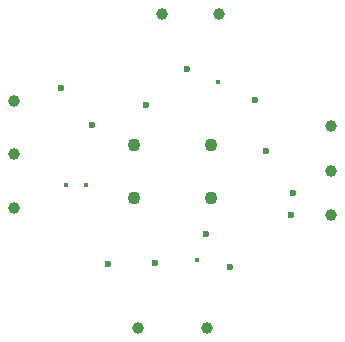
<source format=gbr>
%TF.GenerationSoftware,KiCad,Pcbnew,7.0.8*%
%TF.CreationDate,2023-11-30T14:41:45+01:00*%
%TF.ProjectId,Le_damier,4c655f64-616d-4696-9572-2e6b69636164,rev?*%
%TF.SameCoordinates,Original*%
%TF.FileFunction,Plated,1,2,PTH,Drill*%
%TF.FilePolarity,Positive*%
%FSLAX46Y46*%
G04 Gerber Fmt 4.6, Leading zero omitted, Abs format (unit mm)*
G04 Created by KiCad (PCBNEW 7.0.8) date 2023-11-30 14:41:45*
%MOMM*%
%LPD*%
G01*
G04 APERTURE LIST*
%TA.AperFunction,ViaDrill*%
%ADD10C,0.400000*%
%TD*%
%TA.AperFunction,ViaDrill*%
%ADD11C,0.600000*%
%TD*%
%TA.AperFunction,ComponentDrill*%
%ADD12C,1.000000*%
%TD*%
%TA.AperFunction,ComponentDrill*%
%ADD13C,1.100000*%
%TD*%
G04 APERTURE END LIST*
D10*
X29110000Y-40120000D03*
X30790000Y-40120000D03*
X40180000Y-46430000D03*
X42010000Y-31420000D03*
D11*
X28700000Y-31880000D03*
X31270000Y-35060000D03*
X32660000Y-46790000D03*
X35910000Y-33320000D03*
X36610000Y-46740000D03*
X39330000Y-30330000D03*
X40950000Y-44260000D03*
X42970000Y-47060000D03*
X45110000Y-32920000D03*
X46009998Y-37220000D03*
X48160000Y-42700000D03*
X48310000Y-40820000D03*
D12*
%TO.C,Connector5*%
X24710000Y-32983750D03*
%TO.C,Connector2*%
X24710000Y-37512500D03*
%TO.C,Connector1*%
X24710000Y-42041250D03*
%TO.C,Connector10*%
X35221666Y-52220000D03*
%TO.C,Connector4*%
X37198333Y-25620000D03*
%TO.C,Connector8*%
X41048332Y-52220000D03*
%TO.C,Connector3*%
X42036666Y-25620000D03*
%TO.C,Connector6*%
X51510000Y-35120000D03*
%TO.C,Connector7*%
X51510000Y-38920000D03*
%TO.C,Connector9*%
X51510000Y-42695000D03*
D13*
%TO.C,SW1*%
X34860000Y-36720000D03*
X34860000Y-41220000D03*
X41360000Y-36720000D03*
X41360000Y-41220000D03*
M02*

</source>
